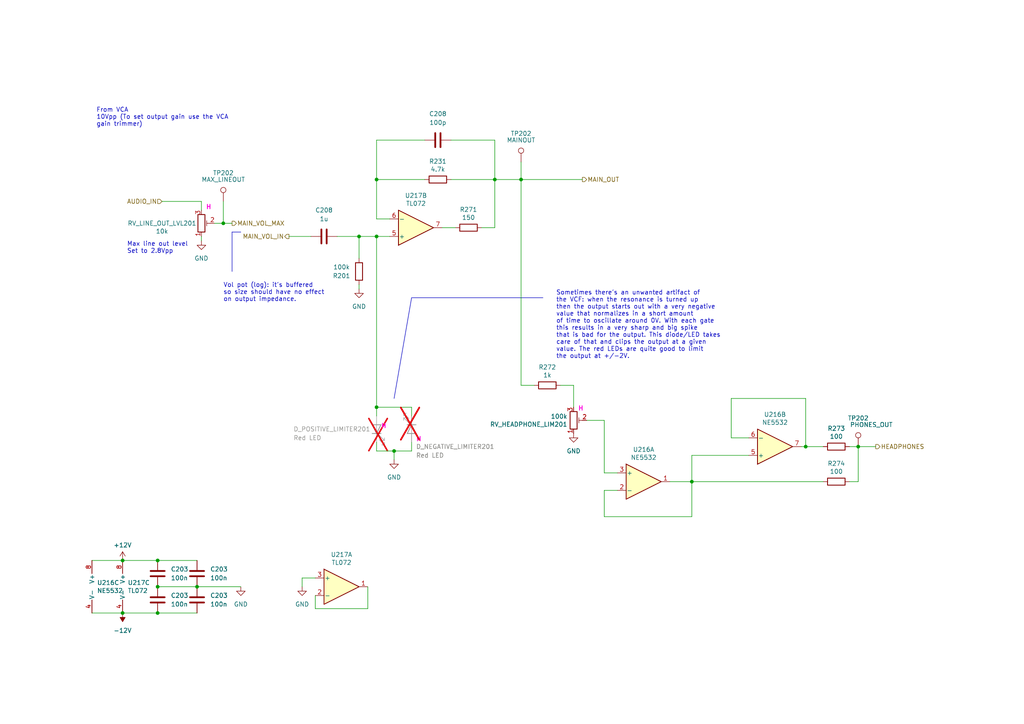
<source format=kicad_sch>
(kicad_sch (version 20231120) (generator "eeschema") (generator_version "8.0")
  (paper "A4")
  (title_block (title "Output"))
  (lib_symbols
    (symbol "Amplifier_Operational:NE5532" (pin_names (offset 0.127))
      (property "Reference" "U" (at 0 5.08 0))
      (property "Value" "NE5532" (at 0 -5.08 0))
      (symbol "NE5532_1_1"
        (polyline (pts (xy -5.08 5.08) (xy 5.08 0) (xy -5.08 -5.08) (xy -5.08 5.08)) (stroke (width 0.254)) (fill (type background)))
        (pin output line (at 7.62 0 180) (length 2.54) (name "~") (number "1"))
        (pin input line (at -7.62 -2.54 0) (length 2.54) (name "-") (number "2"))
        (pin input line (at -7.62 2.54 0) (length 2.54) (name "+") (number "3"))
      )
      (symbol "NE5532_2_1"
        (polyline (pts (xy -5.08 5.08) (xy 5.08 0) (xy -5.08 -5.08) (xy -5.08 5.08)) (stroke (width 0.254)) (fill (type background)))
        (pin input line (at -7.62 2.54 0) (length 2.54) (name "+") (number "5"))
        (pin input line (at -7.62 -2.54 0) (length 2.54) (name "-") (number "6"))
        (pin output line (at 7.62 0 180) (length 2.54) (name "~") (number "7"))
      )
      (symbol "NE5532_3_1"
        (pin power_in line (at -2.54 -7.62 90) (length 3.81) (name "V-") (number "4"))
        (pin power_in line (at -2.54 7.62 270) (length 3.81) (name "V+") (number "8"))
      )
    )
    (symbol "Amplifier_Operational:TL072" (pin_names (offset 0.127))
      (property "Reference" "U" (at 0 5.08 0))
      (property "Value" "TL072" (at 0 -5.08 0))
      (symbol "TL072_1_1"
        (polyline (pts (xy -5.08 5.08) (xy 5.08 0) (xy -5.08 -5.08) (xy -5.08 5.08)) (stroke (width 0.254)) (fill (type background)))
        (pin output line (at 7.62 0 180) (length 2.54) (name "~") (number "1"))
        (pin input line (at -7.62 -2.54 0) (length 2.54) (name "-") (number "2"))
        (pin input line (at -7.62 2.54 0) (length 2.54) (name "+") (number "3"))
      )
      (symbol "TL072_2_1"
        (polyline (pts (xy -5.08 5.08) (xy 5.08 0) (xy -5.08 -5.08) (xy -5.08 5.08)) (stroke (width 0.254)) (fill (type background)))
        (pin input line (at -7.62 2.54 0) (length 2.54) (name "+") (number "5"))
        (pin input line (at -7.62 -2.54 0) (length 2.54) (name "-") (number "6"))
        (pin output line (at 7.62 0 180) (length 2.54) (name "~") (number "7"))
      )
      (symbol "TL072_3_1"
        (pin power_in line (at -2.54 -7.62 90) (length 3.81) (name "V-") (number "4"))
        (pin power_in line (at -2.54 7.62 270) (length 3.81) (name "V+") (number "8"))
      )
    )
    (symbol "Connector:TestPoint" (pin_numbers hide) (pin_names (offset 0.762) hide)
      (property "Reference" "TP" (at 0 6.858 0))
      (property "Value" "TestPoint" (at 0 5.08 0))
      (symbol "TestPoint_0_1"
        (circle (center 0 3.302) (radius 0.762))
      )
      (symbol "TestPoint_1_1"
        (pin passive line (at 0 0 90) (length 2.54) (name "1") (number "1"))
      )
    )
    (symbol "Device:C" (pin_numbers hide) (pin_names (offset 0.254))
      (property "Reference" "C" (at 0.635 2.54 0))
      (property "Value" "C" (at 0.635 -2.54 0))
      (symbol "C_0_1"
        (polyline (pts (xy -2.032 -0.762) (xy 2.032 -0.762)) (stroke (width 0.508)))
        (polyline (pts (xy -2.032 0.762) (xy 2.032 0.762)) (stroke (width 0.508)))
      )
      (symbol "C_1_1"
        (pin passive line (at 0 3.81 270) (length 2.794) (name "~") (number "1"))
        (pin passive line (at 0 -3.81 90) (length 2.794) (name "~") (number "2"))
      )
    )
    (symbol "Device:LED" (pin_numbers hide) (pin_names (offset 1.016) hide)
      (property "Reference" "D" (at 0 2.54 0))
      (property "Value" "LED" (at 0 -2.54 0))
      (symbol "LED_0_1"
        (polyline (pts (xy -1.27 -1.27) (xy -1.27 1.27)) (stroke (width 0.254)))
        (polyline (pts (xy -1.27 0) (xy 1.27 0)))
        (polyline (pts (xy 1.27 -1.27) (xy 1.27 1.27) (xy -1.27 0) (xy 1.27 -1.27)) (stroke (width 0.254)))
        (polyline (pts (xy -3.048 -0.762) (xy -4.572 -2.286) (xy -3.81 -2.286) (xy -4.572 -2.286) (xy -4.572 -1.524)))
        (polyline (pts (xy -1.778 -0.762) (xy -3.302 -2.286) (xy -2.54 -2.286) (xy -3.302 -2.286) (xy -3.302 -1.524)))
      )
      (symbol "LED_1_1"
        (pin passive line (at -3.81 0 0) (length 2.54) (name "K") (number "1"))
        (pin passive line (at 3.81 0 180) (length 2.54) (name "A") (number "2"))
      )
    )
    (symbol "Device:R" (pin_numbers hide) (pin_names (offset 0))
      (property "Reference" "R" (at 2.032 0 90))
      (property "Value" "R" (at 0 0 90))
      (symbol "R_0_1"
        (rectangle (start -1.016 -2.54) (end 1.016 2.54) (stroke (width 0.254)))
      )
      (symbol "R_1_1"
        (pin passive line (at 0 3.81 270) (length 1.27) (name "~") (number "1"))
        (pin passive line (at 0 -3.81 90) (length 1.27) (name "~") (number "2"))
      )
    )
    (symbol "Device:R_Potentiometer_Trim" (pin_names (offset 1.016) hide)
      (property "Reference" "RV" (at -4.445 0 90))
      (property "Value" "R_Potentiometer_Trim" (at -2.54 0 90))
      (symbol "R_Potentiometer_Trim_0_1"
        (polyline (pts (xy 1.524 0.762) (xy 1.524 -0.762)))
        (polyline (pts (xy 2.54 0) (xy 1.524 0)))
        (rectangle (start 1.016 2.54) (end -1.016 -2.54) (stroke (width 0.254)))
      )
      (symbol "R_Potentiometer_Trim_1_1"
        (pin passive line (at 0 3.81 270) (length 1.27) (name "1") (number "1"))
        (pin passive line (at 3.81 0 180) (length 1.27) (name "2") (number "2"))
        (pin passive line (at 0 -3.81 90) (length 1.27) (name "3") (number "3"))
      )
    )
    (symbol "GND_2" (power) (pin_names (offset 0))
      (property "Value" "GND_2" (at 0 -3.81 0))
      (symbol "GND_2_0_1"
        (polyline (pts (xy 0 0) (xy 0 -1.27) (xy 1.27 -1.27) (xy 0 -2.54) (xy -1.27 -1.27) (xy 0 -1.27)))
      )
      (symbol "GND_2_1_1"
        (pin power_in line (at 0 0 270) (length 0) hide (name "GND") (number "1"))
      )
    )
    (symbol "GND_3" (power) (pin_names (offset 0))
      (property "Value" "GND_3" (at 0 -3.81 0))
      (symbol "GND_3_0_1"
        (polyline (pts (xy 0 0) (xy 0 -1.27) (xy 1.27 -1.27) (xy 0 -2.54) (xy -1.27 -1.27) (xy 0 -1.27)))
      )
      (symbol "GND_3_1_1"
        (pin power_in line (at 0 0 270) (length 0) hide (name "GND") (number "1"))
      )
    )
    (symbol "GND_4" (power) (pin_names (offset 0))
      (property "Value" "GND_4" (at 0 -3.81 0))
      (symbol "GND_4_0_1"
        (polyline (pts (xy 0 0) (xy 0 -1.27) (xy 1.27 -1.27) (xy 0 -2.54) (xy -1.27 -1.27) (xy 0 -1.27)))
      )
      (symbol "GND_4_1_1"
        (pin power_in line (at 0 0 270) (length 0) hide (name "GND") (number "1"))
      )
    )
    (symbol "power:+12V" (power) (pin_names (offset 0))
      (property "Value" "+12V" (at 0 3.556 0))
      (symbol "+12V_0_1"
        (polyline (pts (xy -0.762 1.27) (xy 0 2.54)))
        (polyline (pts (xy 0 0) (xy 0 2.54)))
        (polyline (pts (xy 0 2.54) (xy 0.762 1.27)))
      )
      (symbol "+12V_1_1"
        (pin power_in line (at 0 0 90) (length 0) hide (name "+12V") (number "1"))
      )
    )
    (symbol "power:-12V" (power) (pin_names (offset 0))
      (property "Value" "-12V" (at 0 3.81 0))
      (symbol "-12V_0_0"
        (pin power_in line (at 0 0 90) (length 0) hide (name "-12V") (number "1"))
      )
      (symbol "-12V_0_1"
        (polyline (pts (xy 0 0) (xy 0 1.27) (xy 0.762 1.27) (xy 0 2.54) (xy -0.762 1.27) (xy 0 1.27)) (fill (type outline)))
      )
    )
    (symbol "power:GND" (power) (pin_names (offset 0))
      (property "Value" "GND" (at 0 -3.81 0))
      (symbol "GND_0_1"
        (polyline (pts (xy 0 0) (xy 0 -1.27) (xy 1.27 -1.27) (xy 0 -2.54) (xy -1.27 -1.27) (xy 0 -1.27)))
      )
      (symbol "GND_1_1"
        (pin power_in line (at 0 0 270) (length 0) hide (name "GND") (number "1"))
      )
    )
  )
  (junction (at 45.72 170.18))
  (junction (at 35.56 177.8))
  (junction (at 104.14 68.58))
  (junction (at 248.92 129.54))
  (junction (at 233.68 129.54))
  (junction (at 151.13 52.07))
  (junction (at 35.56 162.56))
  (junction (at 45.72 162.56))
  (junction (at 45.72 177.8))
  (junction (at 109.22 68.58))
  (junction (at 109.22 52.07))
  (junction (at 64.77 64.77))
  (junction (at 200.66 139.7))
  (junction (at 114.3 130.81))
  (junction (at 143.51 52.07))
  (junction (at 57.15 170.18))
  (junction (at 109.22 118.11))
  (wire (pts (xy 109.22 52.07) (xy 123.19 52.07)))
  (wire (pts (xy 119.38 118.11) (xy 109.22 118.11)))
  (wire (pts (xy 119.38 130.81) (xy 119.38 128.27)))
  (wire (pts (xy 109.22 63.5) (xy 109.22 52.07)))
  (wire (pts (xy 212.09 115.57) (xy 233.68 115.57)))
  (wire (pts (xy 109.22 128.27) (xy 109.22 130.81)))
  (wire (pts (xy 154.94 111.76) (xy 151.13 111.76)))
  (wire (pts (xy 109.22 63.5) (xy 113.03 63.5)))
  (wire (pts (xy 91.44 167.64) (xy 87.63 167.64)))
  (wire (pts (xy 248.92 129.54) (xy 248.92 139.7)))
  (wire (pts (xy 143.51 66.04) (xy 139.7 66.04)))
  (wire (pts (xy 175.26 142.24) (xy 175.26 149.86)))
  (wire (pts (xy 87.63 167.64) (xy 87.63 170.18)))
  (polyline (pts (xy 67.31 67.31) (xy 69.85 67.31)))
  (wire (pts (xy 109.22 68.58) (xy 104.14 68.58)))
  (wire (pts (xy 151.13 46.99) (xy 151.13 52.07)))
  (wire (pts (xy 238.76 129.54) (xy 233.68 129.54)))
  (polyline (pts (xy 119.38 86.36) (xy 114.3 115.57)))
  (polyline (pts (xy 67.31 78.74) (xy 67.31 67.31)))
  (wire (pts (xy 123.19 40.64) (xy 109.22 40.64)))
  (wire (pts (xy 130.81 40.64) (xy 143.51 40.64)))
  (wire (pts (xy 162.56 111.76) (xy 166.37 111.76)))
  (wire (pts (xy 200.66 139.7) (xy 194.31 139.7)))
  (wire (pts (xy 104.14 83.82) (xy 104.14 82.55)))
  (wire (pts (xy 109.22 40.64) (xy 109.22 52.07)))
  (wire (pts (xy 109.22 130.81) (xy 114.3 130.81)))
  (wire (pts (xy 91.44 176.53) (xy 106.68 176.53)))
  (wire (pts (xy 170.18 121.92) (xy 175.26 121.92)))
  (wire (pts (xy 151.13 111.76) (xy 151.13 52.07)))
  (wire (pts (xy 62.23 64.77) (xy 64.77 64.77)))
  (wire (pts (xy 97.79 68.58) (xy 104.14 68.58)))
  (wire (pts (xy 45.72 162.56) (xy 57.15 162.56)))
  (wire (pts (xy 143.51 40.64) (xy 143.51 52.07)))
  (wire (pts (xy 114.3 133.35) (xy 114.3 130.81)))
  (wire (pts (xy 26.67 177.8) (xy 35.56 177.8)))
  (wire (pts (xy 35.56 177.8) (xy 45.72 177.8)))
  (wire (pts (xy 35.56 162.56) (xy 45.72 162.56)))
  (polyline (pts (xy 157.48 86.36) (xy 119.38 86.36)))
  (wire (pts (xy 106.68 176.53) (xy 106.68 170.18)))
  (wire (pts (xy 119.38 118.11) (xy 119.38 120.65)))
  (wire (pts (xy 248.92 129.54) (xy 254 129.54)))
  (wire (pts (xy 233.68 115.57) (xy 233.68 129.54)))
  (wire (pts (xy 175.26 149.86) (xy 200.66 149.86)))
  (wire (pts (xy 246.38 139.7) (xy 248.92 139.7)))
  (wire (pts (xy 109.22 118.11) (xy 109.22 120.65)))
  (wire (pts (xy 114.3 130.81) (xy 119.38 130.81)))
  (wire (pts (xy 45.72 170.18) (xy 57.15 170.18)))
  (wire (pts (xy 179.07 137.16) (xy 175.26 137.16)))
  (wire (pts (xy 130.81 52.07) (xy 143.51 52.07)))
  (wire (pts (xy 46.99 58.42) (xy 58.42 58.42)))
  (wire (pts (xy 166.37 111.76) (xy 166.37 118.11)))
  (wire (pts (xy 64.77 64.77) (xy 67.31 64.77)))
  (wire (pts (xy 109.22 68.58) (xy 113.03 68.58)))
  (wire (pts (xy 175.26 121.92) (xy 175.26 137.16)))
  (wire (pts (xy 238.76 139.7) (xy 200.66 139.7)))
  (wire (pts (xy 246.38 129.54) (xy 248.92 129.54)))
  (wire (pts (xy 200.66 149.86) (xy 200.66 139.7)))
  (wire (pts (xy 217.17 127) (xy 212.09 127)))
  (wire (pts (xy 83.82 68.58) (xy 90.17 68.58)))
  (wire (pts (xy 217.17 132.08) (xy 200.66 132.08)))
  (wire (pts (xy 104.14 68.58) (xy 104.14 74.93)))
  (wire (pts (xy 143.51 52.07) (xy 143.51 66.04)))
  (wire (pts (xy 128.27 66.04) (xy 132.08 66.04)))
  (wire (pts (xy 58.42 60.96) (xy 58.42 58.42)))
  (wire (pts (xy 233.68 129.54) (xy 232.41 129.54)))
  (wire (pts (xy 212.09 127) (xy 212.09 115.57)))
  (wire (pts (xy 179.07 142.24) (xy 175.26 142.24)))
  (wire (pts (xy 57.15 170.18) (xy 69.85 170.18)))
  (wire (pts (xy 151.13 52.07) (xy 168.91 52.07)))
  (wire (pts (xy 45.72 177.8) (xy 57.15 177.8)))
  (wire (pts (xy 58.42 69.85) (xy 58.42 68.58)))
  (wire (pts (xy 143.51 52.07) (xy 151.13 52.07)))
  (wire (pts (xy 64.77 58.42) (xy 64.77 64.77)))
  (wire (pts (xy 35.56 162.56) (xy 26.67 162.56)))
  (wire (pts (xy 91.44 172.72) (xy 91.44 176.53)))
  (wire (pts (xy 200.66 132.08) (xy 200.66 139.7)))
  (wire (pts (xy 109.22 68.58) (xy 109.22 118.11)))
  (text "Vol pot (log): it's buffered\nso size should have no effect\non output impedance." (at 64.77 87.63 0) (effects (font (size 1.27 1.27)) (justify left bottom)))
  (text "H" (at 110.49 124.46 0) (effects (font (size 1.27 1.27) (thickness 0.254) (bold yes)) (justify left bottom)))
  (text "Max line out level\nSet to 2.8Vpp" (at 36.83 73.66 0) (effects (font (size 1.27 1.27)) (justify left bottom)))
  (text "From VCA\n10Vpp (To set output gain use the VCA \ngain trimmer)" (at 27.94 36.83 0) (effects (font (size 1.27 1.27)) (justify left bottom)))
  (text "H" (at 59.69 60.96 0) (effects (font (size 1.27 1.27) (thickness 0.254) (bold yes)) (justify left bottom)))
  (text "H" (at 167.64 119.38 0) (effects (font (size 1.27 1.27) (thickness 0.254) (bold yes)) (justify left bottom)))
  (text "Sometimes there's an unwanted artifact of \nthe VCF: when the resonance is turned up\nthen the output starts out with a very negative\nvalue that normalizes in a short amount\nof time to oscillate around 0V. With each gate\nthis results in a very sharp and big spike\nthat is bad for the output. This diode/LED takes\ncare of that and clips the output at a given \nvalue. The red LEDs are quite good to limit\nthe output at +/-2V." (at 161.29 104.14 0) (effects (font (size 1.27 1.27)) (justify left bottom)))
  (text "H" (at 120.65 128.27 0) (effects (font (size 1.27 1.27) (thickness 0.254) (bold yes)) (justify left bottom)))
  (hierarchical_label "MAIN_OUT" (shape output) (at 168.91 52.07 0))
  (hierarchical_label "MAIN_VOL_MAX" (shape output) (at 67.31 64.77 0))
  (hierarchical_label "AUDIO_IN" (shape input) (at 46.99 58.42 180))
  (hierarchical_label "MAIN_VOL_IN" (shape output) (at 83.82 68.58 180))
  (hierarchical_label "HEADPHONES" (shape output) (at 254 129.54 0))
  (symbol (lib_id "Amplifier_Operational:NE5532") (at 224.79 129.54 0) (mirror x) (unit 2)
    (property "Reference" "U216" (at 224.79 120.2182 0))
    (property "Value" "NE5532" (at 224.79 122.5296 0))
    (property "Footprint" "Package_SO:SOIC-8_3.9x4.9mm_P1.27mm" (effects (hide yes)))
    (property "Datasheet" "http://www.ti.com/lit/ds/symlink/ne5532.pdf" (effects (hide yes)))
    (property "LCSC" "C7426" (effects (hide yes)))
    (property "Vendor" "JLCPCB" (effects (hide yes)))
    (instances (project "core-rev-3" (path "" (reference "U216") (unit 2))) (project "hog-f1-control" (path "" (reference "U9") (unit 2))))
  )
  (symbol (lib_id "power:-12V") (at 35.56 177.8 180) (unit 1)
    (property "Reference" "#PWR0300" (effects (hide yes)))
    (property "Value" "-12V" (at 35.56 182.88 0))
  )
  (symbol (lib_id "Device:R") (at 127 52.07 270) (unit 1)
    (property "Reference" "R231" (at 127 46.8122 90))
    (property "Value" "4.7k" (at 127 49.1236 90))
    (property "Footprint" "Resistor_SMD:R_0603_1608Metric" (effects (hide yes)))
    (property "LCSC" "C23162" (effects (hide yes)))
    (property "Vendor" "JLCPCB" (effects (hide yes)))
    (instances (project "core-rev-3" (path "" (reference "R231") (unit 1))) (project "hog-f1-control" (path "" (reference "R35") (unit 1))))
  )
  (symbol (lib_id "power:+12V") (at 35.56 162.56 0) (unit 1)
    (property "Reference" "#PWR0299" (effects (hide yes)))
    (property "Value" "+12V" (at 35.56 158.115 0))
  )
  (symbol (lib_name "GND_3") (lib_id "power:GND") (at 166.37 125.73 0) (unit 1)
    (property "Reference" "#PWR0304" (effects (hide yes)))
    (property "Value" "GND" (at 166.37 130.81 0))
  )
  (symbol (lib_id "power:GND") (at 104.14 83.82 0) (unit 1)
    (property "Reference" "#PWR0368" (effects (hide yes)))
    (property "Value" "GND" (at 104.14 88.9 0))
  )
  (symbol (lib_id "Connector:TestPoint") (at 248.92 129.54 0) (unit 1) (in_bom no)
    (property "Reference" "TP202" (at 248.92 121.285 0))
    (property "Value" "PHONES_OUT" (at 252.73 123.19 0))
    (property "Footprint" "TestPoint:TestPoint_THTPad_2.0x2.0mm_Drill1.0mm" (effects (hide yes)))
    (instances (project "core-rev-3" (path "" (reference "TP202") (unit 1)) (path "" (reference "TP209") (unit 1)) (path "" (reference "TP210") (unit 1)) (path "" (reference "TP206") (unit 1)) (path "" (reference "TP229") (unit 1))))
  )
  (symbol (lib_id "Device:C") (at 127 40.64 90) (unit 1)
    (property "Reference" "C208" (at 127 33.02 90))
    (property "Value" "100p" (at 127 35.56 90))
    (property "Footprint" "Capacitor_SMD:C_0603_1608Metric" (effects (hide yes)))
    (property "LCSC" "C14858" (effects (hide yes)))
    (property "Vendor" "JLCPCB" (effects (hide yes)))
    (instances (project "A-psu-voice-proto-4l" (path "" (reference "C208") (unit 1))) (project "core-rev-3" (path "" (reference "C205") (unit 1)) (path "" (reference "C215") (unit 1)) (path "" (reference "C276") (unit 1)) (path "" (reference "C282") (unit 1))) (project "hog-v2-voice-proto" (path "" (reference "C208") (unit 1))))
  )
  (symbol (lib_id "Amplifier_Operational:TL072") (at 38.1 170.18 0) (unit 3)
    (property "Reference" "U217" (at 37.0332 169.0116 0) (effects (justify left)))
    (property "Value" "TL072" (at 37.0332 171.323 0) (effects (justify left)))
    (property "Footprint" "Package_SO:SOIC-8_3.9x4.9mm_P1.27mm" (effects (hide yes)))
    (property "Datasheet" "http://www.ti.com/lit/ds/symlink/tl071.pdf" (effects (hide yes)))
    (property "LCSC" "C6961" (effects (hide yes)))
    (property "Vendor" "JLCPCB" (effects (hide yes)))
    (instances (project "core-rev-3" (path "" (reference "U217") (unit 3))) (project "hog-f1-control" (path "" (reference "U8") (unit 3))))
  )
  (symbol (lib_id "Amplifier_Operational:NE5532") (at 29.21 170.18 0) (unit 3)
    (property "Reference" "U216" (at 28.1432 169.0116 0) (effects (justify left)))
    (property "Value" "NE5532" (at 28.1432 171.323 0) (effects (justify left)))
    (property "Footprint" "Package_SO:SOIC-8_3.9x4.9mm_P1.27mm" (effects (hide yes)))
    (property "Datasheet" "http://www.ti.com/lit/ds/symlink/ne5532.pdf" (effects (hide yes)))
    (property "LCSC" "C7426" (effects (hide yes)))
    (property "Vendor" "JLCPCB" (effects (hide yes)))
    (instances (project "core-rev-3" (path "" (reference "U216") (unit 3))) (project "hog-f1-control" (path "" (reference "U9") (unit 3))))
  )
  (symbol (lib_id "Connector:TestPoint") (at 64.77 58.42 0) (unit 1) (in_bom no)
    (property "Reference" "TP202" (at 64.77 50.165 0))
    (property "Value" "MAX_LINEOUT" (at 64.77 52.07 0))
    (property "Footprint" "TestPoint:TestPoint_THTPad_2.0x2.0mm_Drill1.0mm" (effects (hide yes)))
    (instances (project "core-rev-3" (path "" (reference "TP202") (unit 1)) (path "" (reference "TP209") (unit 1)) (path "" (reference "TP210") (unit 1)) (path "" (reference "TP206") (unit 1)) (path "" (reference "TP228") (unit 1))))
  )
  (symbol (lib_id "Device:R") (at 104.14 78.74 180) (unit 1)
    (property "Reference" "R201" (at 99.06 80.01 0))
    (property "Value" "100k" (at 99.06 77.47 0))
    (property "Footprint" "Resistor_SMD:R_0603_1608Metric_Pad0.98x0.95mm_HandSolder" (effects (hide yes)))
    (property "LCSC" "C25803" (effects (hide yes)))
    (property "Vendor" "JLCPCB" (effects (hide yes)))
    (instances (project "A-psu-voice-proto-4l" (path "" (reference "R201") (unit 1))) (project "core-rev-3" (path "" (reference "R201") (unit 1)) (path "" (reference "R270") (unit 1)) (path "" (reference "R242") (unit 1))) (project "hog-v2-voice-proto" (path "" (reference "R201") (unit 1))))
  )
  (symbol (lib_id "Device:C") (at 93.98 68.58 90) (unit 1)
    (property "Reference" "C208" (at 93.98 60.96 90))
    (property "Value" "1u" (at 93.98 63.5 90))
    (property "Footprint" "Capacitor_SMD:C_0603_1608Metric_Pad1.08x0.95mm_HandSolder" (effects (hide yes)))
    (property "LCSC" "C15849" (effects (hide yes)))
    (property "Vendor" "JLCPCB" (effects (hide yes)))
    (instances (project "A-psu-voice-proto-4l" (path "" (reference "C208") (unit 1))) (project "core-rev-3" (path "" (reference "C205") (unit 1)) (path "" (reference "C215") (unit 1)) (path "" (reference "C277") (unit 1)) (path "" (reference "C282") (unit 1))) (project "hog-v2-voice-proto" (path "" (reference "C208") (unit 1))))
  )
  (symbol (lib_id "Device:LED") (at 109.22 124.46 90) (unit 1) (in_bom no) (dnp yes)
    (property "Reference" "D_POSITIVE_LIMITER201" (at 85.09 124.46 90) (effects (justify right)))
    (property "Value" "Red LED" (at 85.09 127 90) (effects (justify right)))
    (property "Footprint" "LED_THT:LED_D5.0mm" (effects (hide yes)))
    (instances (project "core-rev-3" (path "" (reference "D_POSITIVE_LIMITER201") (unit 1))) (project "hog-f1-control" (path "" (reference "D_NEGATIVE_LIMITER1") (unit 1))))
  )
  (symbol (lib_id "power:GND") (at 69.85 170.18 0) (unit 1)
    (property "Reference" "#PWR0301" (effects (hide yes)))
    (property "Value" "GND" (at 69.85 175.26 0))
  )
  (symbol (lib_id "Device:R_Potentiometer_Trim") (at 58.42 64.77 0) (mirror x) (unit 1)
    (property "Reference" "RV_LINE_OUT_LVL201" (at 46.99 64.77 0))
    (property "Value" "10k" (at 46.99 67.0814 0))
    (property "Footprint" "Potentiometer_THT:Potentiometer_ACP_CA6-H2,5_Horizontal" (effects (hide yes)))
    (property "Part No." "531-PT6KH-10K " (effects (hide yes)))
    (property "Part URL" "https://mou.sr/4gcYhlU" (effects (hide yes)))
    (property "Vendor" "Mouser" (effects (hide yes)))
    (instances (project "core-rev-3" (path "" (reference "RV_LINE_OUT_LVL201") (unit 1))) (project "hog-f1-control" (path "" (reference "RV_LINE_OUT_LVL1") (unit 1))))
  )
  (symbol (lib_id "Device:C") (at 57.15 173.99 0) (unit 1)
    (property "Reference" "C203" (at 60.96 172.72 0) (effects (justify left)))
    (property "Value" "100n" (at 60.96 175.26 0) (effects (justify left)))
    (property "Footprint" "Capacitor_SMD:C_0603_1608Metric" (effects (hide yes)))
    (property "LCSC" "C14663" (effects (hide yes)))
    (property "Vendor" "JLCPCB" (effects (hide yes)))
    (instances (project "A-psu-voice-proto-4l" (path "" (reference "C203") (unit 1))) (project "core-rev-3" (path "" (reference "C203") (unit 1)) (path "" (reference "C245") (unit 1))) (project "hog-v2-voice-proto" (path "" (reference "C203") (unit 1))))
  )
  (symbol (lib_name "GND_4") (lib_id "power:GND") (at 87.63 170.18 0) (unit 1)
    (property "Reference" "#PWR0302" (effects (hide yes)))
    (property "Value" "GND" (at 87.63 175.26 0))
  )
  (symbol (lib_name "GND_2") (lib_id "power:GND") (at 114.3 133.35 0) (unit 1)
    (property "Reference" "#PWR0305" (effects (hide yes)))
    (property "Value" "GND" (at 114.3 138.43 0))
  )
  (symbol (lib_id "Device:C") (at 57.15 166.37 0) (unit 1)
    (property "Reference" "C203" (at 60.96 165.1 0) (effects (justify left)))
    (property "Value" "100n" (at 60.96 167.64 0) (effects (justify left)))
    (property "Footprint" "Capacitor_SMD:C_0603_1608Metric" (effects (hide yes)))
    (property "LCSC" "C14663" (effects (hide yes)))
    (property "Vendor" "JLCPCB" (effects (hide yes)))
    (instances (project "A-psu-voice-proto-4l" (path "" (reference "C203") (unit 1))) (project "core-rev-3" (path "" (reference "C203") (unit 1)) (path "" (reference "C244") (unit 1))) (project "hog-v2-voice-proto" (path "" (reference "C203") (unit 1))))
  )
  (symbol (lib_id "Device:R") (at 135.89 66.04 270) (unit 1)
    (property "Reference" "R271" (at 135.89 60.7822 90))
    (property "Value" "150" (at 135.89 63.0936 90))
    (property "Footprint" "Resistor_SMD:R_0603_1608Metric" (effects (hide yes)))
    (property "LCSC" "C22808" (effects (hide yes)))
    (property "Vendor" "JLCPCB" (effects (hide yes)))
    (instances (project "core-rev-3" (path "" (reference "R271") (unit 1))) (project "hog-f1-control" (path "" (reference "R35") (unit 1))))
  )
  (symbol (lib_id "Amplifier_Operational:TL072") (at 120.65 66.04 0) (mirror x) (unit 2)
    (property "Reference" "U217" (at 120.65 56.7182 0))
    (property "Value" "TL072" (at 120.65 59.0296 0))
    (property "Footprint" "Package_SO:SOIC-8_3.9x4.9mm_P1.27mm" (effects (hide yes)))
    (property "Datasheet" "http://www.ti.com/lit/ds/symlink/tl071.pdf" (effects (hide yes)))
    (property "LCSC" "C6961" (effects (hide yes)))
    (property "Vendor" "JLCPCB" (effects (hide yes)))
    (instances (project "core-rev-3" (path "" (reference "U217") (unit 2))) (project "hog-f1-control" (path "" (reference "U8") (unit 2))))
  )
  (symbol (lib_id "Device:R_Potentiometer_Trim") (at 166.37 121.92 0) (mirror x) (unit 1)
    (property "Reference" "RV_HEADPHONE_LIM201" (at 164.592 123.0884 0) (effects (justify right)))
    (property "Value" "100k" (at 164.592 120.777 0) (effects (justify right)))
    (property "Footprint" "Potentiometer_THT:Potentiometer_ACP_CA6-H2,5_Horizontal" (effects (hide yes)))
    (property "Part No." "531-PT6KH104A1010PM " (effects (hide yes)))
    (property "Part URL" "https://mou.sr/49zQlIS" (effects (hide yes)))
    (property "Vendor" "Mouser" (effects (hide yes)))
    (instances (project "core-rev-3" (path "" (reference "RV_HEADPHONE_LIM201") (unit 1))) (project "hog-f1-control" (path "" (reference "RV_HEADPHONE_LIM1") (unit 1))))
  )
  (symbol (lib_id "Device:C") (at 45.72 173.99 0) (unit 1)
    (property "Reference" "C203" (at 49.53 172.72 0) (effects (justify left)))
    (property "Value" "100n" (at 49.53 175.26 0) (effects (justify left)))
    (property "Footprint" "Capacitor_SMD:C_0603_1608Metric" (effects (hide yes)))
    (property "LCSC" "C14663" (effects (hide yes)))
    (property "Vendor" "JLCPCB" (effects (hide yes)))
    (instances (project "A-psu-voice-proto-4l" (path "" (reference "C203") (unit 1))) (project "core-rev-3" (path "" (reference "C203") (unit 1)) (path "" (reference "C243") (unit 1))) (project "hog-v2-voice-proto" (path "" (reference "C203") (unit 1))))
  )
  (symbol (lib_id "Amplifier_Operational:NE5532") (at 186.69 139.7 0) (unit 1)
    (property "Reference" "U216" (at 186.69 130.3782 0))
    (property "Value" "NE5532" (at 186.69 132.6896 0))
    (property "Footprint" "Package_SO:SOIC-8_3.9x4.9mm_P1.27mm" (effects (hide yes)))
    (property "Datasheet" "http://www.ti.com/lit/ds/symlink/ne5532.pdf" (effects (hide yes)))
    (property "LCSC" "C7426" (effects (hide yes)))
    (property "Vendor" "JLCPCB" (effects (hide yes)))
    (instances (project "core-rev-3" (path "" (reference "U216") (unit 1))) (project "hog-f1-control" (path "" (reference "U9") (unit 1))))
  )
  (symbol (lib_id "Device:R") (at 242.57 129.54 270) (unit 1)
    (property "Reference" "R273" (at 242.57 124.2822 90))
    (property "Value" "100" (at 242.57 126.5936 90))
    (property "Footprint" "Resistor_SMD:R_0603_1608Metric" (effects (hide yes)))
    (property "LCSC" "C22775" (effects (hide yes)))
    (property "Vendor" "JLCPCB" (effects (hide yes)))
    (instances (project "core-rev-3" (path "" (reference "R273") (unit 1))) (project "hog-f1-control" (path "" (reference "R37") (unit 1))))
  )
  (symbol (lib_id "Device:R") (at 158.75 111.76 270) (unit 1)
    (property "Reference" "R272" (at 158.75 106.5022 90))
    (property "Value" "1k" (at 158.75 108.8136 90))
    (property "Footprint" "Resistor_SMD:R_0603_1608Metric" (effects (hide yes)))
    (property "LCSC" "C21190" (effects (hide yes)))
    (property "Vendor" "JLCPCB" (effects (hide yes)))
    (instances (project "core-rev-3" (path "" (reference "R272") (unit 1))) (project "hog-f1-control" (path "" (reference "R35") (unit 1))))
  )
  (symbol (lib_id "power:GND") (at 58.42 69.85 0) (unit 1)
    (property "Reference" "#PWR0303" (effects (hide yes)))
    (property "Value" "GND" (at 58.42 74.93 0))
  )
  (symbol (lib_id "Connector:TestPoint") (at 151.13 46.99 0) (unit 1) (in_bom no)
    (property "Reference" "TP202" (at 151.13 38.735 0))
    (property "Value" "MAINOUT" (at 151.13 40.64 0))
    (property "Footprint" "TestPoint:TestPoint_THTPad_2.0x2.0mm_Drill1.0mm" (effects (hide yes)))
    (instances (project "core-rev-3" (path "" (reference "TP202") (unit 1)) (path "" (reference "TP209") (unit 1)) (path "" (reference "TP210") (unit 1)) (path "" (reference "TP206") (unit 1)) (path "" (reference "TP227") (unit 1))))
  )
  (symbol (lib_id "Device:LED") (at 119.38 124.46 270) (unit 1) (in_bom no) (dnp yes)
    (property "Reference" "D_NEGATIVE_LIMITER201" (at 120.65 129.54 90) (effects (justify left)))
    (property "Value" "Red LED" (at 120.65 132.08 90) (effects (justify left)))
    (property "Footprint" "LED_THT:LED_D5.0mm" (effects (hide yes)))
    (instances (project "core-rev-3" (path "" (reference "D_NEGATIVE_LIMITER201") (unit 1))) (project "hog-f1-control" (path "" (reference "D_NEGATIVE_LIMITER1") (unit 1))))
  )
  (symbol (lib_id "Device:R") (at 242.57 139.7 270) (unit 1)
    (property "Reference" "R274" (at 242.57 134.4422 90))
    (property "Value" "100" (at 242.57 136.7536 90))
    (property "Footprint" "Resistor_SMD:R_0603_1608Metric" (effects (hide yes)))
    (property "LCSC" "C22775" (effects (hide yes)))
    (property "Vendor" "JLCPCB" (effects (hide yes)))
    (instances (project "core-rev-3" (path "" (reference "R274") (unit 1))) (project "hog-f1-control" (path "" (reference "R37") (unit 1))))
  )
  (symbol (lib_id "Device:C") (at 45.72 166.37 0) (unit 1)
    (property "Reference" "C203" (at 49.53 165.1 0) (effects (justify left)))
    (property "Value" "100n" (at 49.53 167.64 0) (effects (justify left)))
    (property "Footprint" "Capacitor_SMD:C_0603_1608Metric" (effects (hide yes)))
    (property "LCSC" "C14663" (effects (hide yes)))
    (property "Vendor" "JLCPCB" (effects (hide yes)))
    (instances (project "A-psu-voice-proto-4l" (path "" (reference "C203") (unit 1))) (project "core-rev-3" (path "" (reference "C203") (unit 1)) (path "" (reference "C242") (unit 1))) (project "hog-v2-voice-proto" (path "" (reference "C203") (unit 1))))
  )
  (symbol (lib_id "Amplifier_Operational:TL072") (at 99.06 170.18 0) (unit 1)
    (property "Reference" "U217" (at 99.06 160.8582 0))
    (property "Value" "TL072" (at 99.06 163.1696 0))
    (property "Footprint" "Package_SO:SOIC-8_3.9x4.9mm_P1.27mm" (effects (hide yes)))
    (property "Datasheet" "http://www.ti.com/lit/ds/symlink/tl071.pdf" (effects (hide yes)))
    (property "LCSC" "C6961" (effects (hide yes)))
    (property "Vendor" "JLCPCB" (effects (hide yes)))
    (instances (project "core-rev-3" (path "" (reference "U217") (unit 1))) (project "hog-f1-control" (path "" (reference "U8") (unit 1))))
  )
)
</source>
